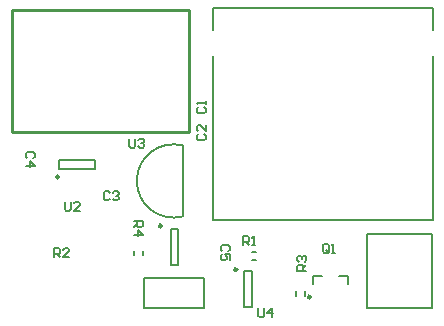
<source format=gto>
%FSLAX24Y24*%
%MOIN*%
G70*
G01*
G75*
G04 Layer_Color=65535*
%ADD10R,0.0354X0.0276*%
%ADD11R,0.0354X0.0315*%
%ADD12R,0.0217X0.0512*%
%ADD13R,0.0236X0.0512*%
%ADD14R,0.0512X0.0217*%
%ADD15R,0.0276X0.0354*%
%ADD16R,0.0394X0.0217*%
%ADD17C,0.0300*%
%ADD18C,0.0200*%
%ADD19C,0.0630*%
%ADD20C,0.0709*%
%ADD21C,0.0492*%
%ADD22C,0.1063*%
%ADD23C,0.0882*%
%ADD24R,0.0866X0.0866*%
%ADD25C,0.0433*%
%ADD26C,0.0400*%
%ADD27C,0.0050*%
%ADD28C,0.0098*%
%ADD29C,0.0079*%
%ADD30C,0.0100*%
D27*
X16179Y15931D02*
G03*
X16180Y13569I-314J-1181D01*
G01*
X14900Y10500D02*
Y11500D01*
X16900Y10500D02*
Y11500D01*
X14900D02*
X16900D01*
X14900Y10500D02*
X16900D01*
X22309Y10530D02*
Y12970D01*
X24491Y10530D02*
Y12970D01*
X22309D02*
X24491D01*
X22309Y10530D02*
X24491D01*
X16180Y13569D02*
Y15931D01*
X16700Y17200D02*
X16650Y17150D01*
Y17050D01*
X16700Y17000D01*
X16900D01*
X16950Y17050D01*
Y17150D01*
X16900Y17200D01*
X16950Y17300D02*
Y17400D01*
Y17350D01*
X16650D01*
X16700Y17300D01*
Y16300D02*
X16650Y16250D01*
Y16150D01*
X16700Y16100D01*
X16900D01*
X16950Y16150D01*
Y16250D01*
X16900Y16300D01*
X16950Y16600D02*
Y16400D01*
X16750Y16600D01*
X16700D01*
X16650Y16550D01*
Y16450D01*
X16700Y16400D01*
X13750Y14350D02*
X13700Y14400D01*
X13600D01*
X13550Y14350D01*
Y14150D01*
X13600Y14100D01*
X13700D01*
X13750Y14150D01*
X13850Y14350D02*
X13900Y14400D01*
X14000D01*
X14050Y14350D01*
Y14300D01*
X14000Y14250D01*
X13950D01*
X14000D01*
X14050Y14200D01*
Y14150D01*
X14000Y14100D01*
X13900D01*
X13850Y14150D01*
X11200Y15500D02*
X11250Y15550D01*
Y15650D01*
X11200Y15700D01*
X11000D01*
X10950Y15650D01*
Y15550D01*
X11000Y15500D01*
X10950Y15250D02*
X11250D01*
X11100Y15400D01*
Y15200D01*
X17700Y12400D02*
X17750Y12450D01*
Y12550D01*
X17700Y12600D01*
X17500D01*
X17450Y12550D01*
Y12450D01*
X17500Y12400D01*
X17750Y12100D02*
Y12300D01*
X17600D01*
X17650Y12200D01*
Y12150D01*
X17600Y12100D01*
X17500D01*
X17450Y12150D01*
Y12250D01*
X17500Y12300D01*
X21050Y12400D02*
Y12600D01*
X21000Y12650D01*
X20900D01*
X20850Y12600D01*
Y12400D01*
X20900Y12350D01*
X21000D01*
X20950Y12450D02*
X21050Y12350D01*
X21000D02*
X21050Y12400D01*
X21150Y12350D02*
X21250D01*
X21200D01*
Y12650D01*
X21150Y12600D01*
X18200Y12600D02*
Y12900D01*
X18350D01*
X18400Y12850D01*
Y12750D01*
X18350Y12700D01*
X18200D01*
X18300D02*
X18400Y12600D01*
X18500D02*
X18600D01*
X18550D01*
Y12900D01*
X18500Y12850D01*
X11900Y12200D02*
Y12500D01*
X12050D01*
X12100Y12450D01*
Y12350D01*
X12050Y12300D01*
X11900D01*
X12000D02*
X12100Y12200D01*
X12400D02*
X12200D01*
X12400Y12400D01*
Y12450D01*
X12350Y12500D01*
X12250D01*
X12200Y12450D01*
X20300Y11750D02*
X20000D01*
Y11900D01*
X20050Y11950D01*
X20150D01*
X20200Y11900D01*
Y11750D01*
Y11850D02*
X20300Y11950D01*
X20050Y12050D02*
X20000Y12100D01*
Y12200D01*
X20050Y12250D01*
X20100D01*
X20150Y12200D01*
Y12150D01*
Y12200D01*
X20200Y12250D01*
X20250D01*
X20300Y12200D01*
Y12100D01*
X20250Y12050D01*
X14550Y13400D02*
X14850D01*
Y13250D01*
X14800Y13200D01*
X14700D01*
X14650Y13250D01*
Y13400D01*
Y13300D02*
X14550Y13200D01*
Y12950D02*
X14850D01*
X14700Y13100D01*
Y12900D01*
X12250Y14050D02*
Y13800D01*
X12300Y13750D01*
X12400D01*
X12450Y13800D01*
Y14050D01*
X12750Y13750D02*
X12550D01*
X12750Y13950D01*
Y14000D01*
X12700Y14050D01*
X12600D01*
X12550Y14000D01*
X14400Y16150D02*
Y15900D01*
X14450Y15850D01*
X14550D01*
X14600Y15900D01*
Y16150D01*
X14700Y16100D02*
X14750Y16150D01*
X14850D01*
X14900Y16100D01*
Y16050D01*
X14850Y16000D01*
X14800D01*
X14850D01*
X14900Y15950D01*
Y15900D01*
X14850Y15850D01*
X14750D01*
X14700Y15900D01*
X18700Y10500D02*
Y10250D01*
X18750Y10200D01*
X18850D01*
X18900Y10250D01*
Y10500D01*
X19150Y10200D02*
Y10500D01*
X19000Y10350D01*
X19200D01*
D28*
X12050Y14887D02*
G03*
X12050Y14887I-49J0D01*
G01*
X20441Y10887D02*
G03*
X20441Y10887I-49J0D01*
G01*
X17986Y11800D02*
G03*
X17986Y11800I-49J0D01*
G01*
X15477Y13249D02*
G03*
X15477Y13249I-49J0D01*
G01*
D29*
X17198Y13462D02*
Y18915D01*
Y13462D02*
X24502D01*
Y18915D01*
Y19791D02*
Y20499D01*
X17198Y19791D02*
Y20499D01*
X24502D01*
X14562Y12271D02*
Y12429D01*
X14838Y12271D02*
Y12429D01*
X12040Y15438D02*
X13260D01*
X12040Y15162D02*
X13260D01*
Y15438D01*
X12040Y15162D02*
Y15438D01*
X21376Y11576D02*
X21691D01*
Y11300D02*
Y11576D01*
X20509D02*
X20824D01*
X20509Y11300D02*
Y11576D01*
X20238Y10921D02*
Y11079D01*
X19962Y10921D02*
Y11079D01*
X18488Y10540D02*
Y11760D01*
X18212Y10540D02*
Y11760D01*
Y10540D02*
X18488D01*
X18212Y11760D02*
X18488D01*
X18471Y12112D02*
X18629D01*
X18471Y12388D02*
X18629D01*
X15782Y13141D02*
X16018D01*
X15782Y11959D02*
X16018D01*
X15782D02*
Y13141D01*
X16018Y11959D02*
Y13141D01*
D30*
X10487Y16388D02*
X14700D01*
X10487D02*
Y20443D01*
X16393D01*
Y16388D02*
Y20443D01*
X14700Y16388D02*
X16393D01*
M02*

</source>
